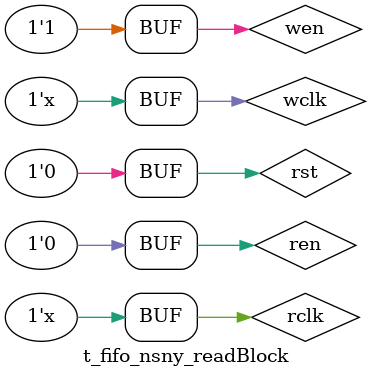
<source format=v>
`timescale 1ns / 1ps
module t_fifo_nsny_readBlock;

reg wclk;
reg rclk;

reg wen;
reg ren;

wire [ADDR_WIDTH-1:0]raddr_bin             ;
wire [ADDR_WIDTH-1:0]raddr_gray            ;
wire [ADDR_WIDTH-1:0]raddr_gray_next       ;
wire [ADDR_WIDTH-1:0]waddr_gray            ;
wire [ADDR_WIDTH-1:0]rclk_waddr_gray_reg1  ;
wire [ADDR_WIDTH-1:0]rclk_waddr_gray_reg2  ;
wire	  empty;
wire      ren_wire;

wire [ADDR_WIDTH-1:0]waddr_bin             ;
reg  [7:0]data_in;
//wire [ADDR_WIDTH-1:0]waddr_gray            ;
wire [ADDR_WIDTH-1:0]waddr_gray_next       ;
wire [7:0]data_out;
//wire [ADDR_WIDTH-1:0]raddr_gray            ;
wire [ADDR_WIDTH-1:0]wclk_raddr_gray_reg1  ;
wire [ADDR_WIDTH-1:0]wclk_raddr_gray_reg2  ;
wire	  full;
wire      wen_wire;

reg rst;
wire [ADDR_WIDTH-1:0]waddr_bin_next        ;
wire [ADDR_WIDTH-1:0]raddr_bin_next        ;

parameter ADDR_WIDTH = 5;
always #40 wclk = ~wclk;
always #20 rclk = ~rclk;

always@(posedge wclk)begin
	if(rst) data_in <= 0;
	else 	data_in <= data_in +1 ;
end

initial begin
wclk = 0;
rclk = 0;
rst  = 1;
wen  = 0;
ren  = 0;
#80
rst  = 0;
#80
wen  = 1;

#3320
ren  = 1;
#780
ren  = 0;
end

fifo_nsyn_test #
(.ADDR_WIDTH(5)) 
fifo_nsyn_test
(
.wclk					(wclk					),
.rclk                   (rclk                   ),
.rst                    (rst                    ),
.wen                    (wen                    ),
.ren                    (ren                    ),
.data_in                (data_in                ),
.data_out               (data_out               ),
.full                   (full                   ),
.empty                  (empty                  ),
.wen_wire               (wen_wire),
.ren_wire               (ren_wire),
.waddr_bin              (waddr_bin              ),
.waddr_bin_next         (waddr_bin_next         ),
.waddr_gray             (waddr_gray             ),
.waddr_gray_next        (waddr_gray_next        ),
.raddr_bin              (raddr_bin              ),
.raddr_bin_next         (raddr_bin_next         ),
.raddr_gray             (raddr_gray             ),
.raddr_gray_next        (raddr_gray_next        ),
.wclk_raddr_gray_reg1   (wclk_raddr_gray_reg1   ),
.wclk_raddr_gray_reg2   (wclk_raddr_gray_reg2   ),
.rclk_waddr_gray_reg1   (rclk_waddr_gray_reg1   ),
.rclk_waddr_gray_reg2   (rclk_waddr_gray_reg2   )

);
endmodule
</source>
